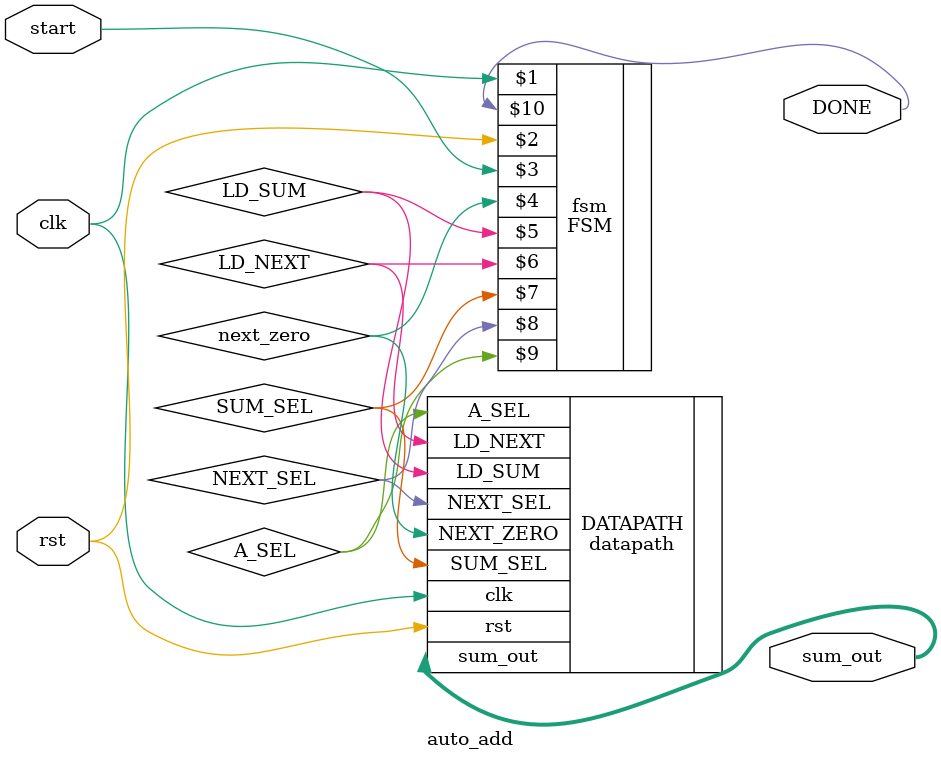
<source format=v>
`timescale 1ns / 1ps

//module FSM(clk,rst,start,next_zero, LD_SUM, LD_NEXT, SUM_SEL, NEXT_SEL, A_SEL, DONE);
//datapath(clk, rst, SUM_SEL, NEXT_SEL, A_SEL, LD_SUM, LD_NEXT, NEXT_ZERO, sum_out);

module auto_add(clk,rst,start,DONE,sum_out);
input clk,rst,start;
output DONE;
output [31:0] sum_out;

wire LD_SUM, LD_NEXT, SUM_SEL, NEXT_SEL, A_SEL, next_zero;   

    FSM fsm(clk, rst, start, next_zero, LD_SUM, LD_NEXT, SUM_SEL, NEXT_SEL, A_SEL, DONE);
    datapath DATAPATH(.clk(clk), .rst(rst), .SUM_SEL(SUM_SEL), .NEXT_SEL(NEXT_SEL), .A_SEL(A_SEL), .LD_SUM(LD_SUM), .LD_NEXT(LD_NEXT), .NEXT_ZERO(next_zero), .sum_out(sum_out));
    //FSM fsm(clk, rst, start, next_zero, LD_SUM, LD_NEXT, SUM_SEL, NEXT_SEL, A_SEL, DONE);
endmodule

</source>
